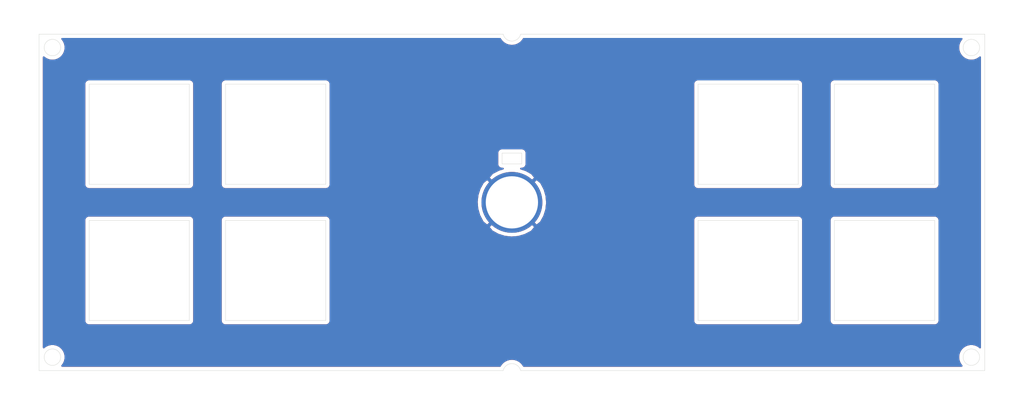
<source format=kicad_pcb>
(kicad_pcb (version 20171130) (host pcbnew "(5.1.6)-1")

  (general
    (thickness 1.6)
    (drawings 48)
    (tracks 0)
    (zones 0)
    (modules 1)
    (nets 2)
  )

  (page A4)
  (layers
    (0 F.Cu signal)
    (31 B.Cu signal)
    (32 B.Adhes user)
    (33 F.Adhes user)
    (34 B.Paste user)
    (35 F.Paste user)
    (36 B.SilkS user)
    (37 F.SilkS user)
    (38 B.Mask user)
    (39 F.Mask user)
    (40 Dwgs.User user)
    (41 Cmts.User user)
    (42 Eco1.User user)
    (43 Eco2.User user)
    (44 Edge.Cuts user)
    (45 Margin user)
    (46 B.CrtYd user)
    (47 F.CrtYd user)
    (48 B.Fab user)
    (49 F.Fab user)
  )

  (setup
    (last_trace_width 0.25)
    (trace_clearance 0.2)
    (zone_clearance 0.508)
    (zone_45_only no)
    (trace_min 0.2)
    (via_size 0.8)
    (via_drill 0.4)
    (via_min_size 0.4)
    (via_min_drill 0.3)
    (uvia_size 0.3)
    (uvia_drill 0.1)
    (uvias_allowed no)
    (uvia_min_size 0.2)
    (uvia_min_drill 0.1)
    (edge_width 0.05)
    (segment_width 0.2)
    (pcb_text_width 0.3)
    (pcb_text_size 1.5 1.5)
    (mod_edge_width 0.12)
    (mod_text_size 1 1)
    (mod_text_width 0.15)
    (pad_size 1.524 1.524)
    (pad_drill 0.762)
    (pad_to_mask_clearance 0.05)
    (aux_axis_origin 0 0)
    (visible_elements FFFFFF7F)
    (pcbplotparams
      (layerselection 0x010fc_ffffffff)
      (usegerberextensions false)
      (usegerberattributes true)
      (usegerberadvancedattributes true)
      (creategerberjobfile true)
      (excludeedgelayer true)
      (linewidth 0.100000)
      (plotframeref false)
      (viasonmask false)
      (mode 1)
      (useauxorigin false)
      (hpglpennumber 1)
      (hpglpenspeed 20)
      (hpglpendiameter 15.000000)
      (psnegative false)
      (psa4output false)
      (plotreference true)
      (plotvalue true)
      (plotinvisibletext false)
      (padsonsilk false)
      (subtractmaskfromsilk false)
      (outputformat 1)
      (mirror false)
      (drillshape 0)
      (scaleselection 1)
      (outputdirectory "Gerbers"))
  )

  (net 0 "")
  (net 1 GND)

  (net_class Default "This is the default net class."
    (clearance 0.2)
    (trace_width 0.25)
    (via_dia 0.8)
    (via_drill 0.4)
    (uvia_dia 0.3)
    (uvia_drill 0.1)
    (add_net GND)
  )

  (module Pikatea:Encoder-Mounting-Hole (layer F.Cu) (tedit 62017EDE) (tstamp 6201D95C)
    (at 136.8 116.05)
    (path /62017E71)
    (fp_text reference TP1 (at 0 0.5) (layer F.SilkS)
      (effects (font (size 1 1) (thickness 0.15)))
    )
    (fp_text value TestPoint (at 0 -0.5) (layer F.Fab)
      (effects (font (size 1 1) (thickness 0.15)))
    )
    (pad 1 thru_hole circle (at 0 0) (size 8.5 8.5) (drill 7.3) (layers *.Cu *.Mask)
      (net 1 GND))
  )

  (gr_arc (start 136.8 92.242877) (end 135.58127 92.524999) (angle -153.9324639) (layer Edge.Cuts) (width 0.05))
  (gr_arc (start 136.8 139.85) (end 138.018731 139.575001) (angle -154.5689525) (layer Edge.Cuts) (width 0.05))
  (gr_line (start 91.75 132.575) (end 91.75 118.575) (layer Edge.Cuts) (width 0.05))
  (gr_line (start 91.75 118.575) (end 77.75 118.575) (layer Edge.Cuts) (width 0.05))
  (gr_line (start 77.75 132.575) (end 91.75 132.575) (layer Edge.Cuts) (width 0.05))
  (gr_line (start 77.75 118.575) (end 77.75 132.575) (layer Edge.Cuts) (width 0.05))
  (gr_line (start 91.75 113.525) (end 91.75 99.525) (layer Edge.Cuts) (width 0.05))
  (gr_line (start 77.75 113.525) (end 91.75 113.525) (layer Edge.Cuts) (width 0.05))
  (gr_line (start 77.75 99.525) (end 77.75 113.525) (layer Edge.Cuts) (width 0.05))
  (gr_line (start 91.75 99.525) (end 77.75 99.525) (layer Edge.Cuts) (width 0.05))
  (gr_line (start 195.85 132.575) (end 195.85 118.575) (layer Edge.Cuts) (width 0.05))
  (gr_line (start 181.85 132.575) (end 195.85 132.575) (layer Edge.Cuts) (width 0.05))
  (gr_line (start 96.8 113.525) (end 110.8 113.525) (layer Edge.Cuts) (width 0.05))
  (gr_line (start 110.8 132.575) (end 110.8 118.575) (layer Edge.Cuts) (width 0.05))
  (gr_line (start 110.8 99.525) (end 96.8 99.525) (layer Edge.Cuts) (width 0.05))
  (gr_line (start 162.8 99.525) (end 162.8 113.525) (layer Edge.Cuts) (width 0.05))
  (gr_line (start 176.8 113.525) (end 176.8 99.525) (layer Edge.Cuts) (width 0.05))
  (gr_line (start 176.8 99.525) (end 162.8 99.525) (layer Edge.Cuts) (width 0.05))
  (gr_circle (center 200.97523 137.70023) (end 202.12523 137.70023) (layer Edge.Cuts) (width 0.05))
  (gr_line (start 176.8 118.575) (end 162.8 118.575) (layer Edge.Cuts) (width 0.05))
  (gr_line (start 96.8 99.525) (end 96.8 113.525) (layer Edge.Cuts) (width 0.05))
  (gr_line (start 162.8 113.525) (end 176.8 113.525) (layer Edge.Cuts) (width 0.05))
  (gr_line (start 110.8 113.525) (end 110.8 99.525) (layer Edge.Cuts) (width 0.05))
  (gr_circle (center 72.624771 137.70023) (end 73.774771 137.70023) (layer Edge.Cuts) (width 0.05))
  (gr_line (start 96.8 118.575) (end 96.8 132.575) (layer Edge.Cuts) (width 0.05))
  (gr_line (start 110.8 118.575) (end 96.8 118.575) (layer Edge.Cuts) (width 0.05))
  (gr_line (start 176.8 132.575) (end 176.8 118.575) (layer Edge.Cuts) (width 0.05))
  (gr_line (start 96.8 132.575) (end 110.8 132.575) (layer Edge.Cuts) (width 0.05))
  (gr_line (start 162.8 132.575) (end 176.8 132.575) (layer Edge.Cuts) (width 0.05))
  (gr_line (start 162.8 118.575) (end 162.8 132.575) (layer Edge.Cuts) (width 0.05))
  (gr_circle (center 72.624771 94.399771) (end 73.774771 94.399771) (layer Edge.Cuts) (width 0.05))
  (gr_line (start 202.85 139.575) (end 202.85 92.525) (layer Edge.Cuts) (width 0.05))
  (gr_line (start 138.175001 110.67) (end 138.175001 109.17) (layer Edge.Cuts) (width 0.05))
  (gr_line (start 135.425001 109.17) (end 135.425001 110.67) (layer Edge.Cuts) (width 0.05))
  (gr_circle (center 200.97523 94.399771) (end 202.12523 94.399771) (layer Edge.Cuts) (width 0.05))
  (gr_line (start 202.85 92.525) (end 138.018732 92.525) (layer Edge.Cuts) (width 0.05))
  (gr_line (start 181.85 99.525) (end 181.85 113.525) (layer Edge.Cuts) (width 0.05))
  (gr_line (start 138.018732 139.575) (end 202.85 139.575) (layer Edge.Cuts) (width 0.05))
  (gr_line (start 135.425001 110.67) (end 138.175001 110.67) (layer Edge.Cuts) (width 0.05))
  (gr_line (start 195.85 99.525) (end 181.85 99.525) (layer Edge.Cuts) (width 0.05))
  (gr_line (start 70.75 92.525) (end 70.75 139.575) (layer Edge.Cuts) (width 0.05))
  (gr_line (start 181.85 118.575) (end 181.85 132.575) (layer Edge.Cuts) (width 0.05))
  (gr_line (start 70.75 139.575) (end 135.581269 139.575) (layer Edge.Cuts) (width 0.05))
  (gr_line (start 138.175001 109.17) (end 135.425001 109.17) (layer Edge.Cuts) (width 0.05))
  (gr_line (start 195.85 118.575) (end 181.85 118.575) (layer Edge.Cuts) (width 0.05))
  (gr_line (start 135.581269 92.525) (end 70.75 92.525) (layer Edge.Cuts) (width 0.05))
  (gr_line (start 195.85 113.525) (end 195.85 99.525) (layer Edge.Cuts) (width 0.05))
  (gr_line (start 181.85 113.525) (end 195.85 113.525) (layer Edge.Cuts) (width 0.05))

  (zone (net 1) (net_name GND) (layer F.Cu) (tstamp 6201D97C) (hatch edge 0.508)
    (connect_pads (clearance 0.508))
    (min_thickness 0.254)
    (fill yes (arc_segments 32) (thermal_gap 0.508) (thermal_bridge_width 0.508))
    (polygon
      (pts
        (xy 206.6 88.55) (xy 207.7 143) (xy 66.15 142.2) (xy 66.35 88.4)
      )
    )
    (filled_polygon
      (pts
        (xy 135.15749 93.215523) (xy 135.189678 93.265919) (xy 135.22118 93.316794) (xy 135.226824 93.324078) (xy 135.377692 93.51603)
        (xy 135.419057 93.559216) (xy 135.45984 93.603003) (xy 135.466792 93.609053) (xy 135.65207 93.768045) (xy 135.70104 93.802377)
        (xy 135.749548 93.837406) (xy 135.757542 93.84199) (xy 135.970173 93.961966) (xy 136.024904 93.986143) (xy 136.079263 94.01107)
        (xy 136.087995 94.014014) (xy 136.31988 94.090406) (xy 136.3782 94.103478) (xy 136.436436 94.117388) (xy 136.445574 94.11858)
        (xy 136.68788 94.148476) (xy 136.747641 94.149971) (xy 136.807453 94.152305) (xy 136.816648 94.151699) (xy 137.060147 94.133962)
        (xy 137.119083 94.123818) (xy 137.178186 94.114493) (xy 137.187087 94.112112) (xy 137.18709 94.112112) (xy 137.187093 94.112111)
        (xy 137.422506 94.047417) (xy 137.478342 94.026021) (xy 137.534517 94.005391) (xy 137.542788 94.001327) (xy 137.761155 93.892138)
        (xy 137.811781 93.860298) (xy 137.862869 93.829156) (xy 137.870193 93.823563) (xy 138.063193 93.674039) (xy 138.106689 93.632955)
        (xy 138.150737 93.592499) (xy 138.156835 93.58559) (xy 138.317116 93.401428) (xy 138.351805 93.352676) (xy 138.387156 93.304436)
        (xy 138.391792 93.29648) (xy 138.391795 93.296475) (xy 138.391797 93.29647) (xy 138.455724 93.185) (xy 199.614452 93.185)
        (xy 199.560621 93.238831) (xy 199.361314 93.537115) (xy 199.224029 93.86855) (xy 199.154042 94.2204) (xy 199.154042 94.579142)
        (xy 199.224029 94.930992) (xy 199.361314 95.262427) (xy 199.560621 95.560711) (xy 199.81429 95.81438) (xy 200.112574 96.013687)
        (xy 200.444009 96.150972) (xy 200.795859 96.220959) (xy 201.154601 96.220959) (xy 201.506451 96.150972) (xy 201.837886 96.013687)
        (xy 202.13617 95.81438) (xy 202.190001 95.760549) (xy 202.19 136.339451) (xy 202.13617 136.285621) (xy 201.837886 136.086314)
        (xy 201.506451 135.949029) (xy 201.154601 135.879042) (xy 200.795859 135.879042) (xy 200.444009 135.949029) (xy 200.112574 136.086314)
        (xy 199.81429 136.285621) (xy 199.560621 136.53929) (xy 199.361314 136.837574) (xy 199.224029 137.169009) (xy 199.154042 137.520859)
        (xy 199.154042 137.879601) (xy 199.224029 138.231451) (xy 199.361314 138.562886) (xy 199.560621 138.86117) (xy 199.614451 138.915)
        (xy 138.459422 138.915) (xy 138.435751 138.869108) (xy 138.403282 138.818889) (xy 138.371499 138.768191) (xy 138.365815 138.760938)
        (xy 138.214075 138.57007) (xy 138.172457 138.5271) (xy 138.131447 138.483557) (xy 138.124462 138.477546) (xy 137.93854 138.319785)
        (xy 137.88937 138.285718) (xy 137.840678 138.250966) (xy 137.832658 138.246426) (xy 137.619634 138.127783) (xy 137.56481 138.103928)
        (xy 137.510271 138.079284) (xy 137.501522 138.076389) (xy 137.269512 138.001382) (xy 137.211121 137.988634) (xy 137.152811 137.975048)
        (xy 137.143666 137.973907) (xy 136.901504 137.945393) (xy 136.841701 137.944229) (xy 136.781911 137.942229) (xy 136.772719 137.942886)
        (xy 136.529632 137.961951) (xy 136.470783 137.972417) (xy 136.411702 137.982075) (xy 136.402815 137.984504) (xy 136.402809 137.984506)
        (xy 136.168057 138.050423) (xy 136.112329 138.072133) (xy 136.056281 138.093071) (xy 136.048033 138.097181) (xy 135.830552 138.20744)
        (xy 135.780088 138.239571) (xy 135.72919 138.270986) (xy 135.721897 138.27662) (xy 135.529975 138.427021) (xy 135.486739 138.468316)
        (xy 135.442882 138.509048) (xy 135.436823 138.515991) (xy 135.277769 138.700808) (xy 135.243383 138.749706) (xy 135.208272 138.798182)
        (xy 135.203676 138.80617) (xy 135.142064 138.915) (xy 73.98555 138.915) (xy 74.03938 138.86117) (xy 74.238687 138.562886)
        (xy 74.375972 138.231451) (xy 74.445959 137.879601) (xy 74.445959 137.520859) (xy 74.375972 137.169009) (xy 74.238687 136.837574)
        (xy 74.03938 136.53929) (xy 73.785711 136.285621) (xy 73.487427 136.086314) (xy 73.155992 135.949029) (xy 72.804142 135.879042)
        (xy 72.4454 135.879042) (xy 72.09355 135.949029) (xy 71.762115 136.086314) (xy 71.463831 136.285621) (xy 71.41 136.339452)
        (xy 71.41 118.575) (xy 77.086807 118.575) (xy 77.09 118.607419) (xy 77.090001 132.542571) (xy 77.086807 132.575)
        (xy 77.09955 132.704383) (xy 77.13729 132.828793) (xy 77.198575 132.94345) (xy 77.281052 133.043948) (xy 77.38155 133.126425)
        (xy 77.496207 133.18771) (xy 77.620617 133.22545) (xy 77.717581 133.235) (xy 77.75 133.238193) (xy 77.782419 133.235)
        (xy 91.717581 133.235) (xy 91.75 133.238193) (xy 91.782419 133.235) (xy 91.879383 133.22545) (xy 92.003793 133.18771)
        (xy 92.11845 133.126425) (xy 92.218948 133.043948) (xy 92.301425 132.94345) (xy 92.36271 132.828793) (xy 92.40045 132.704383)
        (xy 92.413193 132.575) (xy 92.41 132.542581) (xy 92.41 118.607419) (xy 92.413193 118.575) (xy 96.136807 118.575)
        (xy 96.14 118.607419) (xy 96.140001 132.542571) (xy 96.136807 132.575) (xy 96.14955 132.704383) (xy 96.18729 132.828793)
        (xy 96.248575 132.94345) (xy 96.331052 133.043948) (xy 96.43155 133.126425) (xy 96.546207 133.18771) (xy 96.670617 133.22545)
        (xy 96.767581 133.235) (xy 96.8 133.238193) (xy 96.832419 133.235) (xy 110.767581 133.235) (xy 110.8 133.238193)
        (xy 110.832419 133.235) (xy 110.929383 133.22545) (xy 111.053793 133.18771) (xy 111.16845 133.126425) (xy 111.268948 133.043948)
        (xy 111.351425 132.94345) (xy 111.41271 132.828793) (xy 111.45045 132.704383) (xy 111.463193 132.575) (xy 111.46 132.542581)
        (xy 111.46 119.497278) (xy 133.532327 119.497278) (xy 134.018487 120.09449) (xy 134.860973 120.559422) (xy 135.777975 120.851061)
        (xy 136.734254 120.958197) (xy 137.693059 120.876714) (xy 138.617544 120.609743) (xy 139.472183 120.167543) (xy 139.581513 120.09449)
        (xy 140.067673 119.497278) (xy 136.8 116.229605) (xy 133.532327 119.497278) (xy 111.46 119.497278) (xy 111.46 118.607419)
        (xy 111.463193 118.575) (xy 111.45045 118.445617) (xy 111.41271 118.321207) (xy 111.351425 118.20655) (xy 111.268948 118.106052)
        (xy 111.16845 118.023575) (xy 111.053793 117.96229) (xy 110.929383 117.92455) (xy 110.832419 117.915) (xy 110.8 117.911807)
        (xy 110.767581 117.915) (xy 96.832419 117.915) (xy 96.8 117.911807) (xy 96.767581 117.915) (xy 96.670617 117.92455)
        (xy 96.546207 117.96229) (xy 96.43155 118.023575) (xy 96.331052 118.106052) (xy 96.248575 118.20655) (xy 96.18729 118.321207)
        (xy 96.14955 118.445617) (xy 96.136807 118.575) (xy 92.413193 118.575) (xy 92.40045 118.445617) (xy 92.36271 118.321207)
        (xy 92.301425 118.20655) (xy 92.218948 118.106052) (xy 92.11845 118.023575) (xy 92.003793 117.96229) (xy 91.879383 117.92455)
        (xy 91.782419 117.915) (xy 91.75 117.911807) (xy 91.717581 117.915) (xy 77.782419 117.915) (xy 77.75 117.911807)
        (xy 77.717581 117.915) (xy 77.620617 117.92455) (xy 77.496207 117.96229) (xy 77.38155 118.023575) (xy 77.281052 118.106052)
        (xy 77.198575 118.20655) (xy 77.13729 118.321207) (xy 77.09955 118.445617) (xy 77.086807 118.575) (xy 71.41 118.575)
        (xy 71.41 115.984254) (xy 131.891803 115.984254) (xy 131.973286 116.943059) (xy 132.240257 117.867544) (xy 132.682457 118.722183)
        (xy 132.75551 118.831513) (xy 133.352722 119.317673) (xy 136.620395 116.05) (xy 136.979605 116.05) (xy 140.247278 119.317673)
        (xy 140.84449 118.831513) (xy 140.986048 118.575) (xy 162.136807 118.575) (xy 162.14 118.607419) (xy 162.140001 132.542571)
        (xy 162.136807 132.575) (xy 162.14955 132.704383) (xy 162.18729 132.828793) (xy 162.248575 132.94345) (xy 162.331052 133.043948)
        (xy 162.43155 133.126425) (xy 162.546207 133.18771) (xy 162.670617 133.22545) (xy 162.767581 133.235) (xy 162.8 133.238193)
        (xy 162.832419 133.235) (xy 176.767581 133.235) (xy 176.8 133.238193) (xy 176.832419 133.235) (xy 176.929383 133.22545)
        (xy 177.053793 133.18771) (xy 177.16845 133.126425) (xy 177.268948 133.043948) (xy 177.351425 132.94345) (xy 177.41271 132.828793)
        (xy 177.45045 132.704383) (xy 177.463193 132.575) (xy 177.46 132.542581) (xy 177.46 118.607419) (xy 177.463193 118.575)
        (xy 181.186807 118.575) (xy 181.19 118.607419) (xy 181.190001 132.542571) (xy 181.186807 132.575) (xy 181.19955 132.704383)
        (xy 181.23729 132.828793) (xy 181.298575 132.94345) (xy 181.381052 133.043948) (xy 181.48155 133.126425) (xy 181.596207 133.18771)
        (xy 181.720617 133.22545) (xy 181.817581 133.235) (xy 181.85 133.238193) (xy 181.882419 133.235) (xy 195.817581 133.235)
        (xy 195.85 133.238193) (xy 195.882419 133.235) (xy 195.979383 133.22545) (xy 196.103793 133.18771) (xy 196.21845 133.126425)
        (xy 196.318948 133.043948) (xy 196.401425 132.94345) (xy 196.46271 132.828793) (xy 196.50045 132.704383) (xy 196.513193 132.575)
        (xy 196.51 132.542581) (xy 196.51 118.607419) (xy 196.513193 118.575) (xy 196.50045 118.445617) (xy 196.46271 118.321207)
        (xy 196.401425 118.20655) (xy 196.318948 118.106052) (xy 196.21845 118.023575) (xy 196.103793 117.96229) (xy 195.979383 117.92455)
        (xy 195.882419 117.915) (xy 195.85 117.911807) (xy 195.817581 117.915) (xy 181.882419 117.915) (xy 181.85 117.911807)
        (xy 181.817581 117.915) (xy 181.720617 117.92455) (xy 181.596207 117.96229) (xy 181.48155 118.023575) (xy 181.381052 118.106052)
        (xy 181.298575 118.20655) (xy 181.23729 118.321207) (xy 181.19955 118.445617) (xy 181.186807 118.575) (xy 177.463193 118.575)
        (xy 177.45045 118.445617) (xy 177.41271 118.321207) (xy 177.351425 118.20655) (xy 177.268948 118.106052) (xy 177.16845 118.023575)
        (xy 177.053793 117.96229) (xy 176.929383 117.92455) (xy 176.832419 117.915) (xy 176.8 117.911807) (xy 176.767581 117.915)
        (xy 162.832419 117.915) (xy 162.8 117.911807) (xy 162.767581 117.915) (xy 162.670617 117.92455) (xy 162.546207 117.96229)
        (xy 162.43155 118.023575) (xy 162.331052 118.106052) (xy 162.248575 118.20655) (xy 162.18729 118.321207) (xy 162.14955 118.445617)
        (xy 162.136807 118.575) (xy 140.986048 118.575) (xy 141.309422 117.989027) (xy 141.601061 117.072025) (xy 141.708197 116.115746)
        (xy 141.626714 115.156941) (xy 141.359743 114.232456) (xy 140.917543 113.377817) (xy 140.84449 113.268487) (xy 140.247278 112.782327)
        (xy 136.979605 116.05) (xy 136.620395 116.05) (xy 133.352722 112.782327) (xy 132.75551 113.268487) (xy 132.290578 114.110973)
        (xy 131.998939 115.027975) (xy 131.891803 115.984254) (xy 71.41 115.984254) (xy 71.41 99.525) (xy 77.086807 99.525)
        (xy 77.09 99.557419) (xy 77.090001 113.492571) (xy 77.086807 113.525) (xy 77.09955 113.654383) (xy 77.13729 113.778793)
        (xy 77.198575 113.89345) (xy 77.281052 113.993948) (xy 77.38155 114.076425) (xy 77.496207 114.13771) (xy 77.620617 114.17545)
        (xy 77.717581 114.185) (xy 77.75 114.188193) (xy 77.782419 114.185) (xy 91.717581 114.185) (xy 91.75 114.188193)
        (xy 91.782419 114.185) (xy 91.879383 114.17545) (xy 92.003793 114.13771) (xy 92.11845 114.076425) (xy 92.218948 113.993948)
        (xy 92.301425 113.89345) (xy 92.36271 113.778793) (xy 92.40045 113.654383) (xy 92.413193 113.525) (xy 92.41 113.492581)
        (xy 92.41 99.557419) (xy 92.413193 99.525) (xy 96.136807 99.525) (xy 96.14 99.557419) (xy 96.140001 113.492571)
        (xy 96.136807 113.525) (xy 96.14955 113.654383) (xy 96.18729 113.778793) (xy 96.248575 113.89345) (xy 96.331052 113.993948)
        (xy 96.43155 114.076425) (xy 96.546207 114.13771) (xy 96.670617 114.17545) (xy 96.767581 114.185) (xy 96.8 114.188193)
        (xy 96.832419 114.185) (xy 110.767581 114.185) (xy 110.8 114.188193) (xy 110.832419 114.185) (xy 110.929383 114.17545)
        (xy 111.053793 114.13771) (xy 111.16845 114.076425) (xy 111.268948 113.993948) (xy 111.351425 113.89345) (xy 111.41271 113.778793)
        (xy 111.45045 113.654383) (xy 111.463193 113.525) (xy 111.46 113.492581) (xy 111.46 112.602722) (xy 133.532327 112.602722)
        (xy 136.8 115.870395) (xy 140.067673 112.602722) (xy 139.581513 112.00551) (xy 138.739027 111.540578) (xy 138.076906 111.33)
        (xy 138.142582 111.33) (xy 138.175001 111.333193) (xy 138.20742 111.33) (xy 138.304384 111.32045) (xy 138.428794 111.28271)
        (xy 138.543451 111.221425) (xy 138.643949 111.138948) (xy 138.726426 111.03845) (xy 138.787711 110.923793) (xy 138.825451 110.799383)
        (xy 138.838194 110.67) (xy 138.835001 110.637581) (xy 138.835001 109.202419) (xy 138.838194 109.17) (xy 138.825451 109.040617)
        (xy 138.787711 108.916207) (xy 138.726426 108.80155) (xy 138.643949 108.701052) (xy 138.543451 108.618575) (xy 138.428794 108.55729)
        (xy 138.304384 108.51955) (xy 138.20742 108.51) (xy 138.175001 108.506807) (xy 138.142582 108.51) (xy 135.45742 108.51)
        (xy 135.425001 108.506807) (xy 135.392582 108.51) (xy 135.295618 108.51955) (xy 135.171208 108.55729) (xy 135.056551 108.618575)
        (xy 134.956053 108.701052) (xy 134.873576 108.80155) (xy 134.812291 108.916207) (xy 134.774551 109.040617) (xy 134.761808 109.17)
        (xy 134.765001 109.20242) (xy 134.765002 110.637571) (xy 134.761808 110.67) (xy 134.774551 110.799383) (xy 134.812291 110.923793)
        (xy 134.873576 111.03845) (xy 134.956053 111.138948) (xy 135.056551 111.221425) (xy 135.171208 111.28271) (xy 135.295618 111.32045)
        (xy 135.392582 111.33) (xy 135.425001 111.333193) (xy 135.45742 111.33) (xy 135.537405 111.33) (xy 134.982456 111.490257)
        (xy 134.127817 111.932457) (xy 134.018487 112.00551) (xy 133.532327 112.602722) (xy 111.46 112.602722) (xy 111.46 99.557419)
        (xy 111.463193 99.525) (xy 162.136807 99.525) (xy 162.14 99.557419) (xy 162.140001 113.492571) (xy 162.136807 113.525)
        (xy 162.14955 113.654383) (xy 162.18729 113.778793) (xy 162.248575 113.89345) (xy 162.331052 113.993948) (xy 162.43155 114.076425)
        (xy 162.546207 114.13771) (xy 162.670617 114.17545) (xy 162.767581 114.185) (xy 162.8 114.188193) (xy 162.832419 114.185)
        (xy 176.767581 114.185) (xy 176.8 114.188193) (xy 176.832419 114.185) (xy 176.929383 114.17545) (xy 177.053793 114.13771)
        (xy 177.16845 114.076425) (xy 177.268948 113.993948) (xy 177.351425 113.89345) (xy 177.41271 113.778793) (xy 177.45045 113.654383)
        (xy 177.463193 113.525) (xy 177.46 113.492581) (xy 177.46 99.557419) (xy 177.463193 99.525) (xy 181.186807 99.525)
        (xy 181.19 99.557419) (xy 181.190001 113.492571) (xy 181.186807 113.525) (xy 181.19955 113.654383) (xy 181.23729 113.778793)
        (xy 181.298575 113.89345) (xy 181.381052 113.993948) (xy 181.48155 114.076425) (xy 181.596207 114.13771) (xy 181.720617 114.17545)
        (xy 181.817581 114.185) (xy 181.85 114.188193) (xy 181.882419 114.185) (xy 195.817581 114.185) (xy 195.85 114.188193)
        (xy 195.882419 114.185) (xy 195.979383 114.17545) (xy 196.103793 114.13771) (xy 196.21845 114.076425) (xy 196.318948 113.993948)
        (xy 196.401425 113.89345) (xy 196.46271 113.778793) (xy 196.50045 113.654383) (xy 196.513193 113.525) (xy 196.51 113.492581)
        (xy 196.51 99.557419) (xy 196.513193 99.525) (xy 196.50045 99.395617) (xy 196.46271 99.271207) (xy 196.401425 99.15655)
        (xy 196.318948 99.056052) (xy 196.21845 98.973575) (xy 196.103793 98.91229) (xy 195.979383 98.87455) (xy 195.882419 98.865)
        (xy 195.85 98.861807) (xy 195.817581 98.865) (xy 181.882419 98.865) (xy 181.85 98.861807) (xy 181.817581 98.865)
        (xy 181.720617 98.87455) (xy 181.596207 98.91229) (xy 181.48155 98.973575) (xy 181.381052 99.056052) (xy 181.298575 99.15655)
        (xy 181.23729 99.271207) (xy 181.19955 99.395617) (xy 181.186807 99.525) (xy 177.463193 99.525) (xy 177.45045 99.395617)
        (xy 177.41271 99.271207) (xy 177.351425 99.15655) (xy 177.268948 99.056052) (xy 177.16845 98.973575) (xy 177.053793 98.91229)
        (xy 176.929383 98.87455) (xy 176.832419 98.865) (xy 176.8 98.861807) (xy 176.767581 98.865) (xy 162.832419 98.865)
        (xy 162.8 98.861807) (xy 162.767581 98.865) (xy 162.670617 98.87455) (xy 162.546207 98.91229) (xy 162.43155 98.973575)
        (xy 162.331052 99.056052) (xy 162.248575 99.15655) (xy 162.18729 99.271207) (xy 162.14955 99.395617) (xy 162.136807 99.525)
        (xy 111.463193 99.525) (xy 111.45045 99.395617) (xy 111.41271 99.271207) (xy 111.351425 99.15655) (xy 111.268948 99.056052)
        (xy 111.16845 98.973575) (xy 111.053793 98.91229) (xy 110.929383 98.87455) (xy 110.832419 98.865) (xy 110.8 98.861807)
        (xy 110.767581 98.865) (xy 96.832419 98.865) (xy 96.8 98.861807) (xy 96.767581 98.865) (xy 96.670617 98.87455)
        (xy 96.546207 98.91229) (xy 96.43155 98.973575) (xy 96.331052 99.056052) (xy 96.248575 99.15655) (xy 96.18729 99.271207)
        (xy 96.14955 99.395617) (xy 96.136807 99.525) (xy 92.413193 99.525) (xy 92.40045 99.395617) (xy 92.36271 99.271207)
        (xy 92.301425 99.15655) (xy 92.218948 99.056052) (xy 92.11845 98.973575) (xy 92.003793 98.91229) (xy 91.879383 98.87455)
        (xy 91.782419 98.865) (xy 91.75 98.861807) (xy 91.717581 98.865) (xy 77.782419 98.865) (xy 77.75 98.861807)
        (xy 77.717581 98.865) (xy 77.620617 98.87455) (xy 77.496207 98.91229) (xy 77.38155 98.973575) (xy 77.281052 99.056052)
        (xy 77.198575 99.15655) (xy 77.13729 99.271207) (xy 77.09955 99.395617) (xy 77.086807 99.525) (xy 71.41 99.525)
        (xy 71.41 95.760549) (xy 71.463831 95.81438) (xy 71.762115 96.013687) (xy 72.09355 96.150972) (xy 72.4454 96.220959)
        (xy 72.804142 96.220959) (xy 73.155992 96.150972) (xy 73.487427 96.013687) (xy 73.785711 95.81438) (xy 74.03938 95.560711)
        (xy 74.238687 95.262427) (xy 74.375972 94.930992) (xy 74.445959 94.579142) (xy 74.445959 94.2204) (xy 74.375972 93.86855)
        (xy 74.238687 93.537115) (xy 74.03938 93.238831) (xy 73.985549 93.185) (xy 135.14196 93.185)
      )
    )
  )
  (zone (net 1) (net_name GND) (layer B.Cu) (tstamp 6201D979) (hatch edge 0.508)
    (connect_pads (clearance 0.508))
    (min_thickness 0.254)
    (fill yes (arc_segments 32) (thermal_gap 0.508) (thermal_bridge_width 0.508))
    (polygon
      (pts
        (xy 208.35 143) (xy 65.3 143) (xy 66.15 87.95) (xy 207.85 87.75)
      )
    )
    (filled_polygon
      (pts
        (xy 135.15749 93.215523) (xy 135.189678 93.265919) (xy 135.22118 93.316794) (xy 135.226824 93.324078) (xy 135.377692 93.51603)
        (xy 135.419057 93.559216) (xy 135.45984 93.603003) (xy 135.466792 93.609053) (xy 135.65207 93.768045) (xy 135.70104 93.802377)
        (xy 135.749548 93.837406) (xy 135.757542 93.84199) (xy 135.970173 93.961966) (xy 136.024904 93.986143) (xy 136.079263 94.01107)
        (xy 136.087995 94.014014) (xy 136.31988 94.090406) (xy 136.3782 94.103478) (xy 136.436436 94.117388) (xy 136.445574 94.11858)
        (xy 136.68788 94.148476) (xy 136.747641 94.149971) (xy 136.807453 94.152305) (xy 136.816648 94.151699) (xy 137.060147 94.133962)
        (xy 137.119083 94.123818) (xy 137.178186 94.114493) (xy 137.187087 94.112112) (xy 137.18709 94.112112) (xy 137.187093 94.112111)
        (xy 137.422506 94.047417) (xy 137.478342 94.026021) (xy 137.534517 94.005391) (xy 137.542788 94.001327) (xy 137.761155 93.892138)
        (xy 137.811781 93.860298) (xy 137.862869 93.829156) (xy 137.870193 93.823563) (xy 138.063193 93.674039) (xy 138.106689 93.632955)
        (xy 138.150737 93.592499) (xy 138.156835 93.58559) (xy 138.317116 93.401428) (xy 138.351805 93.352676) (xy 138.387156 93.304436)
        (xy 138.391792 93.29648) (xy 138.391795 93.296475) (xy 138.391797 93.29647) (xy 138.455724 93.185) (xy 199.614452 93.185)
        (xy 199.560621 93.238831) (xy 199.361314 93.537115) (xy 199.224029 93.86855) (xy 199.154042 94.2204) (xy 199.154042 94.579142)
        (xy 199.224029 94.930992) (xy 199.361314 95.262427) (xy 199.560621 95.560711) (xy 199.81429 95.81438) (xy 200.112574 96.013687)
        (xy 200.444009 96.150972) (xy 200.795859 96.220959) (xy 201.154601 96.220959) (xy 201.506451 96.150972) (xy 201.837886 96.013687)
        (xy 202.13617 95.81438) (xy 202.190001 95.760549) (xy 202.19 136.339451) (xy 202.13617 136.285621) (xy 201.837886 136.086314)
        (xy 201.506451 135.949029) (xy 201.154601 135.879042) (xy 200.795859 135.879042) (xy 200.444009 135.949029) (xy 200.112574 136.086314)
        (xy 199.81429 136.285621) (xy 199.560621 136.53929) (xy 199.361314 136.837574) (xy 199.224029 137.169009) (xy 199.154042 137.520859)
        (xy 199.154042 137.879601) (xy 199.224029 138.231451) (xy 199.361314 138.562886) (xy 199.560621 138.86117) (xy 199.614451 138.915)
        (xy 138.459422 138.915) (xy 138.435751 138.869108) (xy 138.403282 138.818889) (xy 138.371499 138.768191) (xy 138.365815 138.760938)
        (xy 138.214075 138.57007) (xy 138.172457 138.5271) (xy 138.131447 138.483557) (xy 138.124462 138.477546) (xy 137.93854 138.319785)
        (xy 137.88937 138.285718) (xy 137.840678 138.250966) (xy 137.832658 138.246426) (xy 137.619634 138.127783) (xy 137.56481 138.103928)
        (xy 137.510271 138.079284) (xy 137.501522 138.076389) (xy 137.269512 138.001382) (xy 137.211121 137.988634) (xy 137.152811 137.975048)
        (xy 137.143666 137.973907) (xy 136.901504 137.945393) (xy 136.841701 137.944229) (xy 136.781911 137.942229) (xy 136.772719 137.942886)
        (xy 136.529632 137.961951) (xy 136.470783 137.972417) (xy 136.411702 137.982075) (xy 136.402815 137.984504) (xy 136.402809 137.984506)
        (xy 136.168057 138.050423) (xy 136.112329 138.072133) (xy 136.056281 138.093071) (xy 136.048033 138.097181) (xy 135.830552 138.20744)
        (xy 135.780088 138.239571) (xy 135.72919 138.270986) (xy 135.721897 138.27662) (xy 135.529975 138.427021) (xy 135.486739 138.468316)
        (xy 135.442882 138.509048) (xy 135.436823 138.515991) (xy 135.277769 138.700808) (xy 135.243383 138.749706) (xy 135.208272 138.798182)
        (xy 135.203676 138.80617) (xy 135.142064 138.915) (xy 73.98555 138.915) (xy 74.03938 138.86117) (xy 74.238687 138.562886)
        (xy 74.375972 138.231451) (xy 74.445959 137.879601) (xy 74.445959 137.520859) (xy 74.375972 137.169009) (xy 74.238687 136.837574)
        (xy 74.03938 136.53929) (xy 73.785711 136.285621) (xy 73.487427 136.086314) (xy 73.155992 135.949029) (xy 72.804142 135.879042)
        (xy 72.4454 135.879042) (xy 72.09355 135.949029) (xy 71.762115 136.086314) (xy 71.463831 136.285621) (xy 71.41 136.339452)
        (xy 71.41 118.575) (xy 77.086807 118.575) (xy 77.09 118.607419) (xy 77.090001 132.542571) (xy 77.086807 132.575)
        (xy 77.09955 132.704383) (xy 77.13729 132.828793) (xy 77.198575 132.94345) (xy 77.281052 133.043948) (xy 77.38155 133.126425)
        (xy 77.496207 133.18771) (xy 77.620617 133.22545) (xy 77.717581 133.235) (xy 77.75 133.238193) (xy 77.782419 133.235)
        (xy 91.717581 133.235) (xy 91.75 133.238193) (xy 91.782419 133.235) (xy 91.879383 133.22545) (xy 92.003793 133.18771)
        (xy 92.11845 133.126425) (xy 92.218948 133.043948) (xy 92.301425 132.94345) (xy 92.36271 132.828793) (xy 92.40045 132.704383)
        (xy 92.413193 132.575) (xy 92.41 132.542581) (xy 92.41 118.607419) (xy 92.413193 118.575) (xy 96.136807 118.575)
        (xy 96.14 118.607419) (xy 96.140001 132.542571) (xy 96.136807 132.575) (xy 96.14955 132.704383) (xy 96.18729 132.828793)
        (xy 96.248575 132.94345) (xy 96.331052 133.043948) (xy 96.43155 133.126425) (xy 96.546207 133.18771) (xy 96.670617 133.22545)
        (xy 96.767581 133.235) (xy 96.8 133.238193) (xy 96.832419 133.235) (xy 110.767581 133.235) (xy 110.8 133.238193)
        (xy 110.832419 133.235) (xy 110.929383 133.22545) (xy 111.053793 133.18771) (xy 111.16845 133.126425) (xy 111.268948 133.043948)
        (xy 111.351425 132.94345) (xy 111.41271 132.828793) (xy 111.45045 132.704383) (xy 111.463193 132.575) (xy 111.46 132.542581)
        (xy 111.46 119.497278) (xy 133.532327 119.497278) (xy 134.018487 120.09449) (xy 134.860973 120.559422) (xy 135.777975 120.851061)
        (xy 136.734254 120.958197) (xy 137.693059 120.876714) (xy 138.617544 120.609743) (xy 139.472183 120.167543) (xy 139.581513 120.09449)
        (xy 140.067673 119.497278) (xy 136.8 116.229605) (xy 133.532327 119.497278) (xy 111.46 119.497278) (xy 111.46 118.607419)
        (xy 111.463193 118.575) (xy 111.45045 118.445617) (xy 111.41271 118.321207) (xy 111.351425 118.20655) (xy 111.268948 118.106052)
        (xy 111.16845 118.023575) (xy 111.053793 117.96229) (xy 110.929383 117.92455) (xy 110.832419 117.915) (xy 110.8 117.911807)
        (xy 110.767581 117.915) (xy 96.832419 117.915) (xy 96.8 117.911807) (xy 96.767581 117.915) (xy 96.670617 117.92455)
        (xy 96.546207 117.96229) (xy 96.43155 118.023575) (xy 96.331052 118.106052) (xy 96.248575 118.20655) (xy 96.18729 118.321207)
        (xy 96.14955 118.445617) (xy 96.136807 118.575) (xy 92.413193 118.575) (xy 92.40045 118.445617) (xy 92.36271 118.321207)
        (xy 92.301425 118.20655) (xy 92.218948 118.106052) (xy 92.11845 118.023575) (xy 92.003793 117.96229) (xy 91.879383 117.92455)
        (xy 91.782419 117.915) (xy 91.75 117.911807) (xy 91.717581 117.915) (xy 77.782419 117.915) (xy 77.75 117.911807)
        (xy 77.717581 117.915) (xy 77.620617 117.92455) (xy 77.496207 117.96229) (xy 77.38155 118.023575) (xy 77.281052 118.106052)
        (xy 77.198575 118.20655) (xy 77.13729 118.321207) (xy 77.09955 118.445617) (xy 77.086807 118.575) (xy 71.41 118.575)
        (xy 71.41 115.984254) (xy 131.891803 115.984254) (xy 131.973286 116.943059) (xy 132.240257 117.867544) (xy 132.682457 118.722183)
        (xy 132.75551 118.831513) (xy 133.352722 119.317673) (xy 136.620395 116.05) (xy 136.979605 116.05) (xy 140.247278 119.317673)
        (xy 140.84449 118.831513) (xy 140.986048 118.575) (xy 162.136807 118.575) (xy 162.14 118.607419) (xy 162.140001 132.542571)
        (xy 162.136807 132.575) (xy 162.14955 132.704383) (xy 162.18729 132.828793) (xy 162.248575 132.94345) (xy 162.331052 133.043948)
        (xy 162.43155 133.126425) (xy 162.546207 133.18771) (xy 162.670617 133.22545) (xy 162.767581 133.235) (xy 162.8 133.238193)
        (xy 162.832419 133.235) (xy 176.767581 133.235) (xy 176.8 133.238193) (xy 176.832419 133.235) (xy 176.929383 133.22545)
        (xy 177.053793 133.18771) (xy 177.16845 133.126425) (xy 177.268948 133.043948) (xy 177.351425 132.94345) (xy 177.41271 132.828793)
        (xy 177.45045 132.704383) (xy 177.463193 132.575) (xy 177.46 132.542581) (xy 177.46 118.607419) (xy 177.463193 118.575)
        (xy 181.186807 118.575) (xy 181.19 118.607419) (xy 181.190001 132.542571) (xy 181.186807 132.575) (xy 181.19955 132.704383)
        (xy 181.23729 132.828793) (xy 181.298575 132.94345) (xy 181.381052 133.043948) (xy 181.48155 133.126425) (xy 181.596207 133.18771)
        (xy 181.720617 133.22545) (xy 181.817581 133.235) (xy 181.85 133.238193) (xy 181.882419 133.235) (xy 195.817581 133.235)
        (xy 195.85 133.238193) (xy 195.882419 133.235) (xy 195.979383 133.22545) (xy 196.103793 133.18771) (xy 196.21845 133.126425)
        (xy 196.318948 133.043948) (xy 196.401425 132.94345) (xy 196.46271 132.828793) (xy 196.50045 132.704383) (xy 196.513193 132.575)
        (xy 196.51 132.542581) (xy 196.51 118.607419) (xy 196.513193 118.575) (xy 196.50045 118.445617) (xy 196.46271 118.321207)
        (xy 196.401425 118.20655) (xy 196.318948 118.106052) (xy 196.21845 118.023575) (xy 196.103793 117.96229) (xy 195.979383 117.92455)
        (xy 195.882419 117.915) (xy 195.85 117.911807) (xy 195.817581 117.915) (xy 181.882419 117.915) (xy 181.85 117.911807)
        (xy 181.817581 117.915) (xy 181.720617 117.92455) (xy 181.596207 117.96229) (xy 181.48155 118.023575) (xy 181.381052 118.106052)
        (xy 181.298575 118.20655) (xy 181.23729 118.321207) (xy 181.19955 118.445617) (xy 181.186807 118.575) (xy 177.463193 118.575)
        (xy 177.45045 118.445617) (xy 177.41271 118.321207) (xy 177.351425 118.20655) (xy 177.268948 118.106052) (xy 177.16845 118.023575)
        (xy 177.053793 117.96229) (xy 176.929383 117.92455) (xy 176.832419 117.915) (xy 176.8 117.911807) (xy 176.767581 117.915)
        (xy 162.832419 117.915) (xy 162.8 117.911807) (xy 162.767581 117.915) (xy 162.670617 117.92455) (xy 162.546207 117.96229)
        (xy 162.43155 118.023575) (xy 162.331052 118.106052) (xy 162.248575 118.20655) (xy 162.18729 118.321207) (xy 162.14955 118.445617)
        (xy 162.136807 118.575) (xy 140.986048 118.575) (xy 141.309422 117.989027) (xy 141.601061 117.072025) (xy 141.708197 116.115746)
        (xy 141.626714 115.156941) (xy 141.359743 114.232456) (xy 140.917543 113.377817) (xy 140.84449 113.268487) (xy 140.247278 112.782327)
        (xy 136.979605 116.05) (xy 136.620395 116.05) (xy 133.352722 112.782327) (xy 132.75551 113.268487) (xy 132.290578 114.110973)
        (xy 131.998939 115.027975) (xy 131.891803 115.984254) (xy 71.41 115.984254) (xy 71.41 99.525) (xy 77.086807 99.525)
        (xy 77.09 99.557419) (xy 77.090001 113.492571) (xy 77.086807 113.525) (xy 77.09955 113.654383) (xy 77.13729 113.778793)
        (xy 77.198575 113.89345) (xy 77.281052 113.993948) (xy 77.38155 114.076425) (xy 77.496207 114.13771) (xy 77.620617 114.17545)
        (xy 77.717581 114.185) (xy 77.75 114.188193) (xy 77.782419 114.185) (xy 91.717581 114.185) (xy 91.75 114.188193)
        (xy 91.782419 114.185) (xy 91.879383 114.17545) (xy 92.003793 114.13771) (xy 92.11845 114.076425) (xy 92.218948 113.993948)
        (xy 92.301425 113.89345) (xy 92.36271 113.778793) (xy 92.40045 113.654383) (xy 92.413193 113.525) (xy 92.41 113.492581)
        (xy 92.41 99.557419) (xy 92.413193 99.525) (xy 96.136807 99.525) (xy 96.14 99.557419) (xy 96.140001 113.492571)
        (xy 96.136807 113.525) (xy 96.14955 113.654383) (xy 96.18729 113.778793) (xy 96.248575 113.89345) (xy 96.331052 113.993948)
        (xy 96.43155 114.076425) (xy 96.546207 114.13771) (xy 96.670617 114.17545) (xy 96.767581 114.185) (xy 96.8 114.188193)
        (xy 96.832419 114.185) (xy 110.767581 114.185) (xy 110.8 114.188193) (xy 110.832419 114.185) (xy 110.929383 114.17545)
        (xy 111.053793 114.13771) (xy 111.16845 114.076425) (xy 111.268948 113.993948) (xy 111.351425 113.89345) (xy 111.41271 113.778793)
        (xy 111.45045 113.654383) (xy 111.463193 113.525) (xy 111.46 113.492581) (xy 111.46 112.602722) (xy 133.532327 112.602722)
        (xy 136.8 115.870395) (xy 140.067673 112.602722) (xy 139.581513 112.00551) (xy 138.739027 111.540578) (xy 138.076906 111.33)
        (xy 138.142582 111.33) (xy 138.175001 111.333193) (xy 138.20742 111.33) (xy 138.304384 111.32045) (xy 138.428794 111.28271)
        (xy 138.543451 111.221425) (xy 138.643949 111.138948) (xy 138.726426 111.03845) (xy 138.787711 110.923793) (xy 138.825451 110.799383)
        (xy 138.838194 110.67) (xy 138.835001 110.637581) (xy 138.835001 109.202419) (xy 138.838194 109.17) (xy 138.825451 109.040617)
        (xy 138.787711 108.916207) (xy 138.726426 108.80155) (xy 138.643949 108.701052) (xy 138.543451 108.618575) (xy 138.428794 108.55729)
        (xy 138.304384 108.51955) (xy 138.20742 108.51) (xy 138.175001 108.506807) (xy 138.142582 108.51) (xy 135.45742 108.51)
        (xy 135.425001 108.506807) (xy 135.392582 108.51) (xy 135.295618 108.51955) (xy 135.171208 108.55729) (xy 135.056551 108.618575)
        (xy 134.956053 108.701052) (xy 134.873576 108.80155) (xy 134.812291 108.916207) (xy 134.774551 109.040617) (xy 134.761808 109.17)
        (xy 134.765001 109.20242) (xy 134.765002 110.637571) (xy 134.761808 110.67) (xy 134.774551 110.799383) (xy 134.812291 110.923793)
        (xy 134.873576 111.03845) (xy 134.956053 111.138948) (xy 135.056551 111.221425) (xy 135.171208 111.28271) (xy 135.295618 111.32045)
        (xy 135.392582 111.33) (xy 135.425001 111.333193) (xy 135.45742 111.33) (xy 135.537405 111.33) (xy 134.982456 111.490257)
        (xy 134.127817 111.932457) (xy 134.018487 112.00551) (xy 133.532327 112.602722) (xy 111.46 112.602722) (xy 111.46 99.557419)
        (xy 111.463193 99.525) (xy 162.136807 99.525) (xy 162.14 99.557419) (xy 162.140001 113.492571) (xy 162.136807 113.525)
        (xy 162.14955 113.654383) (xy 162.18729 113.778793) (xy 162.248575 113.89345) (xy 162.331052 113.993948) (xy 162.43155 114.076425)
        (xy 162.546207 114.13771) (xy 162.670617 114.17545) (xy 162.767581 114.185) (xy 162.8 114.188193) (xy 162.832419 114.185)
        (xy 176.767581 114.185) (xy 176.8 114.188193) (xy 176.832419 114.185) (xy 176.929383 114.17545) (xy 177.053793 114.13771)
        (xy 177.16845 114.076425) (xy 177.268948 113.993948) (xy 177.351425 113.89345) (xy 177.41271 113.778793) (xy 177.45045 113.654383)
        (xy 177.463193 113.525) (xy 177.46 113.492581) (xy 177.46 99.557419) (xy 177.463193 99.525) (xy 181.186807 99.525)
        (xy 181.19 99.557419) (xy 181.190001 113.492571) (xy 181.186807 113.525) (xy 181.19955 113.654383) (xy 181.23729 113.778793)
        (xy 181.298575 113.89345) (xy 181.381052 113.993948) (xy 181.48155 114.076425) (xy 181.596207 114.13771) (xy 181.720617 114.17545)
        (xy 181.817581 114.185) (xy 181.85 114.188193) (xy 181.882419 114.185) (xy 195.817581 114.185) (xy 195.85 114.188193)
        (xy 195.882419 114.185) (xy 195.979383 114.17545) (xy 196.103793 114.13771) (xy 196.21845 114.076425) (xy 196.318948 113.993948)
        (xy 196.401425 113.89345) (xy 196.46271 113.778793) (xy 196.50045 113.654383) (xy 196.513193 113.525) (xy 196.51 113.492581)
        (xy 196.51 99.557419) (xy 196.513193 99.525) (xy 196.50045 99.395617) (xy 196.46271 99.271207) (xy 196.401425 99.15655)
        (xy 196.318948 99.056052) (xy 196.21845 98.973575) (xy 196.103793 98.91229) (xy 195.979383 98.87455) (xy 195.882419 98.865)
        (xy 195.85 98.861807) (xy 195.817581 98.865) (xy 181.882419 98.865) (xy 181.85 98.861807) (xy 181.817581 98.865)
        (xy 181.720617 98.87455) (xy 181.596207 98.91229) (xy 181.48155 98.973575) (xy 181.381052 99.056052) (xy 181.298575 99.15655)
        (xy 181.23729 99.271207) (xy 181.19955 99.395617) (xy 181.186807 99.525) (xy 177.463193 99.525) (xy 177.45045 99.395617)
        (xy 177.41271 99.271207) (xy 177.351425 99.15655) (xy 177.268948 99.056052) (xy 177.16845 98.973575) (xy 177.053793 98.91229)
        (xy 176.929383 98.87455) (xy 176.832419 98.865) (xy 176.8 98.861807) (xy 176.767581 98.865) (xy 162.832419 98.865)
        (xy 162.8 98.861807) (xy 162.767581 98.865) (xy 162.670617 98.87455) (xy 162.546207 98.91229) (xy 162.43155 98.973575)
        (xy 162.331052 99.056052) (xy 162.248575 99.15655) (xy 162.18729 99.271207) (xy 162.14955 99.395617) (xy 162.136807 99.525)
        (xy 111.463193 99.525) (xy 111.45045 99.395617) (xy 111.41271 99.271207) (xy 111.351425 99.15655) (xy 111.268948 99.056052)
        (xy 111.16845 98.973575) (xy 111.053793 98.91229) (xy 110.929383 98.87455) (xy 110.832419 98.865) (xy 110.8 98.861807)
        (xy 110.767581 98.865) (xy 96.832419 98.865) (xy 96.8 98.861807) (xy 96.767581 98.865) (xy 96.670617 98.87455)
        (xy 96.546207 98.91229) (xy 96.43155 98.973575) (xy 96.331052 99.056052) (xy 96.248575 99.15655) (xy 96.18729 99.271207)
        (xy 96.14955 99.395617) (xy 96.136807 99.525) (xy 92.413193 99.525) (xy 92.40045 99.395617) (xy 92.36271 99.271207)
        (xy 92.301425 99.15655) (xy 92.218948 99.056052) (xy 92.11845 98.973575) (xy 92.003793 98.91229) (xy 91.879383 98.87455)
        (xy 91.782419 98.865) (xy 91.75 98.861807) (xy 91.717581 98.865) (xy 77.782419 98.865) (xy 77.75 98.861807)
        (xy 77.717581 98.865) (xy 77.620617 98.87455) (xy 77.496207 98.91229) (xy 77.38155 98.973575) (xy 77.281052 99.056052)
        (xy 77.198575 99.15655) (xy 77.13729 99.271207) (xy 77.09955 99.395617) (xy 77.086807 99.525) (xy 71.41 99.525)
        (xy 71.41 95.760549) (xy 71.463831 95.81438) (xy 71.762115 96.013687) (xy 72.09355 96.150972) (xy 72.4454 96.220959)
        (xy 72.804142 96.220959) (xy 73.155992 96.150972) (xy 73.487427 96.013687) (xy 73.785711 95.81438) (xy 74.03938 95.560711)
        (xy 74.238687 95.262427) (xy 74.375972 94.930992) (xy 74.445959 94.579142) (xy 74.445959 94.2204) (xy 74.375972 93.86855)
        (xy 74.238687 93.537115) (xy 74.03938 93.238831) (xy 73.985549 93.185) (xy 135.14196 93.185)
      )
    )
  )
)

</source>
